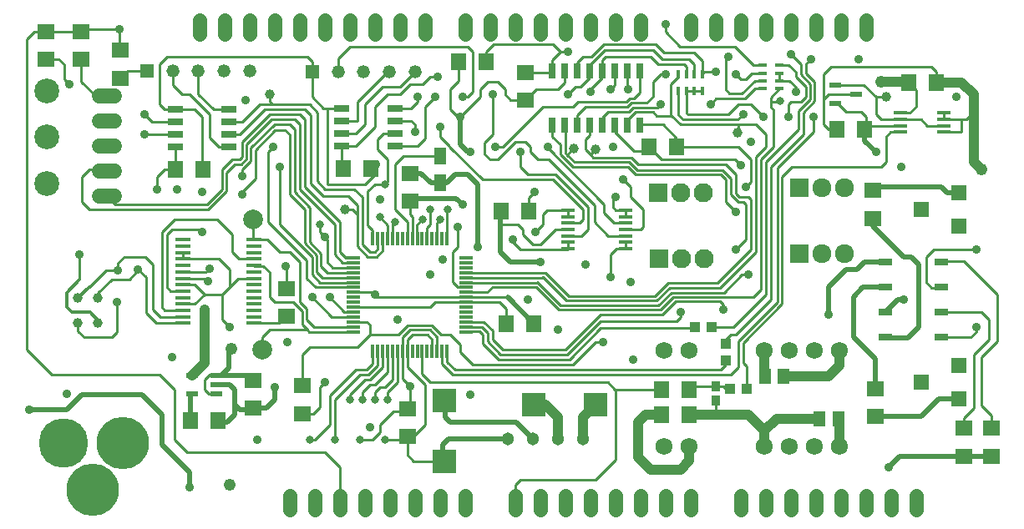
<source format=gbr>
G04 EAGLE Gerber RS-274X export*
G75*
%MOMM*%
%FSLAX34Y34*%
%LPD*%
%INBottom Copper*%
%IPPOS*%
%AMOC8*
5,1,8,0,0,1.08239X$1,22.5*%
G01*
%ADD10R,1.500000X0.400000*%
%ADD11R,1.803000X1.600000*%
%ADD12R,1.800000X1.600000*%
%ADD13R,1.600000X1.800000*%
%ADD14C,1.524000*%
%ADD15C,1.422400*%
%ADD16C,1.000000*%
%ADD17R,1.520000X0.700000*%
%ADD18R,1.320800X1.320800*%
%ADD19C,1.320800*%
%ADD20R,1.920000X1.920000*%
%ADD21C,1.920000*%
%ADD22R,1.950000X1.950000*%
%ADD23C,1.950000*%
%ADD24R,1.475000X0.450000*%
%ADD25R,1.600000X1.803000*%
%ADD26C,1.725000*%
%ADD27R,2.450000X2.350000*%
%ADD28R,2.350000X2.450000*%
%ADD29R,1.300000X1.500000*%
%ADD30R,1.200000X0.600000*%
%ADD31C,2.520000*%
%ADD32R,1.295400X0.558800*%
%ADD33R,1.250000X1.750000*%
%ADD34C,5.300000*%
%ADD35C,5.000000*%
%ADD36C,0.800000*%
%ADD37R,1.000000X1.100000*%
%ADD38R,0.949997X1.005600*%
%ADD39R,0.700000X1.513000*%
%ADD40R,0.425000X0.900000*%
%ADD41C,1.303000*%
%ADD42R,0.900000X0.425000*%
%ADD43R,1.100000X1.000000*%
%ADD44C,2.000000*%
%ADD45R,1.350000X0.650000*%
%ADD46R,1.508000X1.508000*%
%ADD47R,1.475000X0.300000*%
%ADD48R,0.300000X1.475000*%
%ADD49C,0.508000*%
%ADD50C,0.254000*%
%ADD51C,0.914400*%
%ADD52C,1.016000*%
%ADD53C,1.219200*%
%ADD54C,0.304800*%


D10*
X243520Y291970D03*
X243520Y285470D03*
X243520Y278970D03*
X243520Y272470D03*
X243520Y265970D03*
X243520Y259470D03*
X243520Y252970D03*
X243520Y246470D03*
X243520Y239970D03*
X243520Y233470D03*
X243520Y226970D03*
X243520Y220470D03*
X243520Y213970D03*
X243520Y207470D03*
X171020Y207470D03*
X171020Y213970D03*
X171020Y220470D03*
X171020Y226970D03*
X171020Y233470D03*
X171020Y239970D03*
X171020Y246470D03*
X171020Y252970D03*
X171020Y259470D03*
X171020Y265970D03*
X171020Y272470D03*
X171020Y278970D03*
X171020Y285470D03*
X171020Y291970D03*
D11*
X276000Y242770D03*
X276000Y214330D03*
X107470Y456140D03*
X107470Y484580D03*
D12*
X32610Y503520D03*
X32610Y475520D03*
X242390Y149270D03*
X242390Y121270D03*
D13*
X178980Y108300D03*
X206980Y108300D03*
D11*
X68340Y475080D03*
X68340Y503520D03*
D13*
X499040Y207170D03*
X527040Y207170D03*
D12*
X398880Y120650D03*
X398880Y92650D03*
X401280Y331600D03*
X401280Y359600D03*
D14*
X101560Y387510D02*
X86320Y387510D01*
X86320Y412910D02*
X101560Y412910D01*
X101560Y438310D02*
X86320Y438310D01*
X86320Y362110D02*
X101560Y362110D01*
X101560Y336710D02*
X86320Y336710D01*
D15*
X634960Y501048D02*
X634960Y515272D01*
X609560Y515272D02*
X609560Y501048D01*
X584160Y501048D02*
X584160Y515272D01*
X558760Y515272D02*
X558760Y501048D01*
X533360Y501048D02*
X533360Y515272D01*
X507960Y515272D02*
X507960Y501048D01*
X482560Y501048D02*
X482560Y515272D01*
X457160Y515272D02*
X457160Y501048D01*
X416520Y501048D02*
X416520Y515272D01*
X391120Y515272D02*
X391120Y501048D01*
X365720Y501048D02*
X365720Y515272D01*
X340320Y515272D02*
X340320Y501048D01*
X314920Y501048D02*
X314920Y515272D01*
X289520Y515272D02*
X289520Y501048D01*
X264120Y501048D02*
X264120Y515272D01*
X238720Y515272D02*
X238720Y501048D01*
X213320Y501048D02*
X213320Y515272D01*
X187920Y515272D02*
X187920Y501048D01*
X279360Y32672D02*
X279360Y18448D01*
X304760Y18448D02*
X304760Y32672D01*
X330160Y32672D02*
X330160Y18448D01*
X355560Y18448D02*
X355560Y32672D01*
X380960Y32672D02*
X380960Y18448D01*
X406360Y18448D02*
X406360Y32672D01*
X431760Y32672D02*
X431760Y18448D01*
X457160Y18448D02*
X457160Y32672D01*
X507960Y32672D02*
X507960Y18448D01*
X533360Y18448D02*
X533360Y32672D01*
X558760Y32672D02*
X558760Y18448D01*
X584160Y18448D02*
X584160Y32672D01*
X609560Y32672D02*
X609560Y18448D01*
X634960Y18448D02*
X634960Y32672D01*
X660360Y32672D02*
X660360Y18448D01*
X685760Y18448D02*
X685760Y32672D01*
X685760Y501048D02*
X685760Y515272D01*
X711160Y515272D02*
X711160Y501048D01*
X736560Y501048D02*
X736560Y515272D01*
X761960Y515272D02*
X761960Y501048D01*
X787360Y501048D02*
X787360Y515272D01*
X812760Y515272D02*
X812760Y501048D01*
X838160Y501048D02*
X838160Y515272D01*
X863560Y515272D02*
X863560Y501048D01*
X736560Y32672D02*
X736560Y18448D01*
X761960Y18448D02*
X761960Y32672D01*
X787360Y32672D02*
X787360Y18448D01*
X812760Y18448D02*
X812760Y32672D01*
X838160Y32672D02*
X838160Y18448D01*
X863560Y18448D02*
X863560Y32672D01*
X888960Y32672D02*
X888960Y18448D01*
X914360Y18448D02*
X914360Y32672D01*
D16*
X85250Y207424D03*
X64960Y207424D03*
X64960Y232824D03*
X85250Y232824D03*
D17*
X386520Y425610D03*
X386520Y412910D03*
X386520Y400210D03*
X386520Y387510D03*
X332220Y387510D03*
X332220Y400210D03*
X332220Y412910D03*
X332220Y425610D03*
X217610Y424340D03*
X217610Y411640D03*
X217610Y398940D03*
X217610Y386240D03*
X163310Y386240D03*
X163310Y398940D03*
X163310Y411640D03*
X163310Y424340D03*
D18*
X134580Y463710D03*
D19*
X160742Y463710D03*
X186904Y463710D03*
X213066Y463710D03*
X239228Y463710D03*
D18*
X302220Y462440D03*
D19*
X328382Y462440D03*
X354544Y462440D03*
X380706Y462440D03*
X406868Y462440D03*
D13*
X191760Y363380D03*
X163760Y363380D03*
X361940Y364650D03*
X333940Y364650D03*
X643700Y386040D03*
X671700Y386040D03*
X521960Y321470D03*
X493960Y321470D03*
D20*
X796250Y278290D03*
D21*
X819150Y278290D03*
X842050Y278290D03*
D22*
X654010Y273210D03*
D23*
X676910Y273210D03*
X699810Y273210D03*
D11*
X873040Y112740D03*
X873040Y141180D03*
X870590Y342240D03*
X870590Y313800D03*
D24*
X943030Y420710D03*
X943030Y414210D03*
X943030Y407710D03*
X943030Y401210D03*
X898790Y401210D03*
X898790Y407710D03*
X898790Y414210D03*
X898790Y420710D03*
D25*
X906690Y451600D03*
X935130Y451600D03*
D20*
X796450Y344920D03*
D21*
X819350Y344920D03*
X842250Y344920D03*
D22*
X652940Y339840D03*
D23*
X675840Y339840D03*
X698740Y339840D03*
D26*
X659290Y180090D03*
X684690Y180090D03*
X760890Y180090D03*
X786290Y180090D03*
X811690Y180090D03*
X837090Y180090D03*
X659290Y82300D03*
X684690Y82300D03*
X760890Y82300D03*
X786290Y82300D03*
X811690Y82300D03*
X837090Y82300D03*
D27*
X436260Y129080D03*
X436260Y67080D03*
D28*
X589160Y124560D03*
X527160Y124560D03*
D29*
X761420Y153180D03*
X780420Y153180D03*
X816880Y110380D03*
X835880Y110380D03*
D30*
X205500Y154440D03*
X205500Y144940D03*
X205500Y135440D03*
X180500Y135440D03*
X180500Y154440D03*
D31*
X32980Y349400D03*
X32980Y396400D03*
X32980Y443400D03*
D11*
X962620Y72300D03*
X962620Y100740D03*
X990560Y72300D03*
X990560Y100740D03*
X292060Y115480D03*
X292060Y143920D03*
D25*
X684740Y139860D03*
X656300Y139860D03*
X684740Y114460D03*
X656300Y114460D03*
D32*
X832953Y430080D03*
X832953Y449080D03*
X853527Y439580D03*
D13*
X862320Y404020D03*
X834320Y404020D03*
D33*
X431760Y376880D03*
X431760Y349880D03*
D34*
X110196Y85758D03*
D35*
X50196Y85758D03*
D34*
X80196Y38758D03*
D36*
X309840Y307500D03*
X375880Y348140D03*
D16*
X259040Y439580D03*
X335240Y322740D03*
X883880Y437040D03*
X589240Y383700D03*
X733258Y400464D03*
X567650Y384970D03*
D36*
X776438Y432722D03*
X299680Y89060D03*
D37*
X743068Y140462D03*
X726068Y140462D03*
D38*
X711454Y143168D03*
X711454Y128612D03*
D39*
X634746Y408674D03*
X622046Y408674D03*
X609346Y408674D03*
X596646Y408674D03*
X583946Y408674D03*
X571246Y408674D03*
X558546Y408674D03*
X545846Y408674D03*
X545846Y463054D03*
X558546Y463054D03*
X571246Y463054D03*
X583946Y463054D03*
X596646Y463054D03*
X609346Y463054D03*
X622046Y463054D03*
X634746Y463054D03*
D40*
X673800Y460366D03*
X673800Y443366D03*
X681800Y460366D03*
X681800Y443366D03*
X689800Y460366D03*
X689800Y443366D03*
X697800Y460366D03*
X697800Y443366D03*
D12*
X518668Y433802D03*
X518668Y461802D03*
D24*
X620438Y322014D03*
X620438Y315514D03*
X620438Y309014D03*
X620438Y302514D03*
X620438Y296014D03*
X620438Y289514D03*
X620438Y283014D03*
X561678Y283014D03*
X561678Y289514D03*
X561678Y296014D03*
X561678Y302514D03*
X561678Y309014D03*
X561678Y315514D03*
X561678Y322014D03*
D41*
X500380Y89916D03*
X525780Y89916D03*
X551180Y89916D03*
X576580Y89916D03*
D13*
X450820Y472440D03*
X478820Y472440D03*
D42*
X758580Y445200D03*
X758580Y453200D03*
X758580Y461200D03*
X758580Y469200D03*
X775580Y469200D03*
X775580Y461200D03*
X775580Y453200D03*
X775580Y445200D03*
D37*
X707000Y203200D03*
X690000Y203200D03*
D43*
X721360Y186300D03*
X721360Y169300D03*
D36*
X325120Y88900D03*
X340360Y129540D03*
X353060Y129540D03*
X365760Y129540D03*
X378460Y129540D03*
X375920Y88900D03*
X350520Y88900D03*
X370840Y314960D03*
X386080Y309880D03*
X414020Y312420D03*
X421640Y322580D03*
X431800Y312420D03*
X439420Y322580D03*
D44*
X251435Y180322D03*
X242150Y312462D03*
D45*
X940110Y269240D03*
X940110Y243840D03*
X940110Y218440D03*
X940110Y193040D03*
X883610Y193040D03*
X883610Y218440D03*
X883610Y243840D03*
X883610Y269240D03*
D46*
X919980Y147320D03*
X957480Y130320D03*
X957480Y164320D03*
X919980Y322580D03*
X957480Y305580D03*
X957480Y339580D03*
D47*
X458700Y273720D03*
X458700Y268720D03*
X458700Y263720D03*
X458700Y258720D03*
X458700Y253720D03*
X458700Y248720D03*
X458700Y243720D03*
X458700Y238720D03*
X458700Y233720D03*
X458700Y228720D03*
X458700Y223720D03*
X458700Y218720D03*
X458700Y213720D03*
X458700Y208720D03*
X458700Y203720D03*
X458700Y198720D03*
D48*
X438820Y178840D03*
X433820Y178840D03*
X428820Y178840D03*
X423820Y178840D03*
X418820Y178840D03*
X413820Y178840D03*
X408820Y178840D03*
X403820Y178840D03*
X398820Y178840D03*
X393820Y178840D03*
X388820Y178840D03*
X383820Y178840D03*
X378820Y178840D03*
X373820Y178840D03*
X368820Y178840D03*
X363820Y178840D03*
D47*
X343940Y198720D03*
X343940Y203720D03*
X343940Y208720D03*
X343940Y213720D03*
X343940Y218720D03*
X343940Y223720D03*
X343940Y228720D03*
X343940Y233720D03*
X343940Y238720D03*
X343940Y243720D03*
X343940Y248720D03*
X343940Y253720D03*
X343940Y258720D03*
X343940Y263720D03*
X343940Y268720D03*
X343940Y273720D03*
D48*
X363820Y293600D03*
X368820Y293600D03*
X373820Y293600D03*
X378820Y293600D03*
X383820Y293600D03*
X388820Y293600D03*
X393820Y293600D03*
X398820Y293600D03*
X403820Y293600D03*
X408820Y293600D03*
X413820Y293600D03*
X418820Y293600D03*
X423820Y293600D03*
X428820Y293600D03*
X433820Y293600D03*
X438820Y293600D03*
D49*
X218400Y144940D02*
X205500Y144940D01*
X218400Y144940D02*
X223480Y139860D01*
X223480Y124620D02*
X228560Y119540D01*
X240660Y119540D01*
X242390Y121270D01*
X223480Y124620D02*
X223480Y139860D01*
X223480Y124620D02*
X223480Y114460D01*
X215860Y106840D01*
X208440Y106840D01*
X206980Y108300D01*
X527010Y207170D02*
X527040Y207170D01*
X527010Y207170D02*
X500300Y233880D01*
D50*
X182910Y246470D02*
X171020Y246470D01*
X227370Y252970D02*
X243520Y252970D01*
X193000Y236380D02*
X182910Y246470D01*
X193000Y236380D02*
X210780Y236380D01*
X218400Y244000D01*
X227370Y252970D01*
D51*
X55840Y449740D03*
D50*
X50760Y454820D01*
X45300Y475520D02*
X32610Y475520D01*
X50760Y470060D02*
X50760Y454820D01*
X50760Y470060D02*
X45300Y475520D01*
D52*
X640040Y114460D02*
X656300Y114460D01*
X640040Y114460D02*
X632420Y106840D01*
X632420Y71280D01*
X645120Y58580D01*
X675600Y58580D01*
X684690Y67670D02*
X684690Y82300D01*
X684690Y67670D02*
X675600Y58580D01*
D51*
X360640Y101760D03*
D50*
X183590Y226970D02*
X171020Y226970D01*
X183590Y226970D02*
X193000Y236380D01*
X171020Y272470D02*
X171020Y278970D01*
X171020Y272470D02*
X207710Y272470D01*
X218400Y261780D02*
X218400Y244000D01*
X218400Y261780D02*
X207710Y272470D01*
D51*
X104100Y228760D03*
D50*
X104100Y198280D01*
X99020Y193200D01*
X71080Y193200D01*
X64960Y199320D02*
X64960Y207424D01*
X64960Y199320D02*
X71080Y193200D01*
D51*
X159980Y172880D03*
X469860Y284640D03*
D49*
X469860Y348140D01*
D50*
X210780Y236380D02*
X210780Y210980D01*
X218400Y203360D01*
D51*
X218400Y203360D03*
D49*
X401280Y359600D02*
X412680Y359600D01*
X422400Y349880D02*
X431760Y349880D01*
X422400Y349880D02*
X412680Y359600D01*
X431760Y349880D02*
X438580Y349880D01*
X447000Y358300D01*
X459700Y358300D01*
X469860Y348140D01*
D51*
X955000Y437040D03*
D49*
X255690Y121270D02*
X242390Y121270D01*
X264120Y129700D02*
X264120Y142400D01*
D51*
X264120Y142400D03*
D49*
X264120Y129700D02*
X255690Y121270D01*
D51*
X234422Y433718D03*
D50*
X671700Y395100D02*
X671700Y386040D01*
X671700Y395100D02*
X657860Y408940D01*
X635012Y408940D01*
X634746Y408674D01*
D51*
X855980Y475394D03*
D49*
X500380Y89916D02*
X440436Y89916D01*
X434340Y83820D01*
X434340Y69000D01*
X436260Y67080D01*
D50*
X416560Y144780D02*
X398780Y162560D01*
X398880Y92650D02*
X405070Y92650D01*
X416560Y104140D01*
X416560Y144780D01*
X398880Y92650D02*
X398880Y73560D01*
X405360Y67080D02*
X436260Y67080D01*
X405360Y67080D02*
X398880Y73560D01*
X395130Y88900D02*
X398880Y92650D01*
X395130Y88900D02*
X375920Y88900D01*
X671700Y386040D02*
X734100Y386040D01*
X746760Y350520D02*
X741680Y345440D01*
D51*
X741680Y345440D03*
D50*
X746760Y373380D02*
X734100Y386040D01*
X746760Y373380D02*
X746760Y350520D01*
X500140Y233720D02*
X458700Y233720D01*
X500140Y233720D02*
X500300Y233880D01*
X423820Y190860D02*
X423820Y178840D01*
X423820Y190860D02*
X419100Y195580D01*
X403860Y195580D02*
X398780Y190500D01*
X398780Y178880D01*
X398820Y178840D01*
X403860Y195580D02*
X419100Y195580D01*
X398820Y178840D02*
X398820Y162600D01*
X398780Y162560D01*
X363260Y238720D02*
X343940Y238720D01*
X363260Y238720D02*
X365760Y236220D01*
D51*
X365760Y236220D03*
D50*
X368260Y233720D01*
X458700Y233720D01*
D51*
X739588Y419748D03*
D50*
X115040Y463710D02*
X107470Y456140D01*
X499040Y222440D02*
X499040Y207170D01*
X499040Y222440D02*
X492600Y228880D01*
D52*
X193000Y166940D02*
X180500Y154440D01*
X193000Y166940D02*
X193000Y221140D01*
D51*
X499040Y207170D03*
X314920Y147480D03*
X454620Y327820D03*
D49*
X448300Y334140D01*
X403820Y334140D01*
X962620Y72300D02*
X990560Y72300D01*
D51*
X193000Y221140D03*
D49*
X897600Y72300D02*
X962620Y72300D01*
X897600Y72300D02*
X886420Y61120D01*
D51*
X886420Y61120D03*
X736694Y368006D03*
D50*
X303240Y115480D02*
X292060Y115480D01*
X303240Y115480D02*
X309840Y122080D01*
X309840Y142400D02*
X314920Y147480D01*
X309840Y142400D02*
X309840Y122080D01*
D51*
X899120Y365920D03*
D50*
X134580Y463710D02*
X115040Y463710D01*
X609346Y408674D02*
X609346Y401574D01*
X673800Y418400D02*
X678180Y414020D01*
X733860Y414020D02*
X739588Y419748D01*
X733860Y414020D02*
X678180Y414020D01*
X628650Y382270D02*
X609346Y401574D01*
X628650Y382270D02*
X639930Y382270D01*
X643700Y386040D01*
X775580Y453200D02*
X775580Y461200D01*
X775580Y453200D02*
X786320Y453200D01*
X792480Y447040D01*
X792480Y441960D01*
D51*
X792480Y441960D03*
X401320Y143604D03*
D50*
X370840Y96520D02*
X363220Y88900D01*
X370840Y96520D02*
X370840Y104140D01*
X384810Y118110D01*
X396340Y118110D01*
X398880Y120650D01*
X363220Y88900D02*
X350520Y88900D01*
X401320Y143604D02*
X393780Y151144D01*
X401320Y143604D02*
X401320Y123090D01*
X398880Y120650D01*
X673800Y418400D02*
X673800Y443366D01*
X643700Y386040D02*
X656360Y373380D01*
X731320Y373380D02*
X736694Y368006D01*
X731320Y373380D02*
X656360Y373380D01*
X403820Y315000D02*
X403820Y293600D01*
X401280Y317540D02*
X401280Y331600D01*
X401280Y317540D02*
X403820Y315000D01*
X458860Y228880D02*
X492600Y228880D01*
X458860Y228880D02*
X458700Y228720D01*
X426840Y228720D01*
X421640Y223520D01*
X352685Y223520D01*
X352683Y223522D01*
X344138Y223522D01*
X343940Y223720D01*
X428820Y193480D02*
X428820Y178840D01*
X393820Y178840D02*
X393820Y193160D01*
X421640Y200660D02*
X428820Y193480D01*
X421640Y200660D02*
X401320Y200660D01*
X393820Y193160D01*
X393820Y178840D02*
X393820Y151184D01*
X393780Y151144D01*
X401280Y331600D02*
X403820Y334140D01*
X171020Y220470D02*
X153030Y220470D01*
X149820Y223680D01*
X149820Y299880D01*
X162520Y312580D01*
X205700Y312580D01*
X220940Y297340D02*
X220940Y279560D01*
X220940Y297340D02*
X205700Y312580D01*
X220940Y279560D02*
X228030Y272470D01*
X243520Y272470D01*
X194500Y259470D02*
X171020Y259470D01*
X194500Y259470D02*
X198080Y263050D01*
D51*
X198080Y263050D03*
D50*
X194190Y252970D02*
X171020Y252970D01*
X194190Y252970D02*
X196810Y250350D01*
D51*
X196810Y250350D03*
D50*
X243520Y207470D02*
X269101Y207470D01*
X274788Y213118D02*
X276000Y214330D01*
X274788Y213118D02*
X274749Y213118D01*
X269101Y207470D01*
X243900Y265590D02*
X243520Y265970D01*
X292060Y205900D02*
X297300Y200660D01*
X292060Y219955D02*
X283255Y228760D01*
X264120Y228760D02*
X259040Y233840D01*
X252690Y265590D02*
X243900Y265590D01*
X292060Y219955D02*
X292060Y205900D01*
X283255Y228760D02*
X264120Y228760D01*
X259040Y233840D02*
X259040Y259240D01*
X252690Y265590D01*
X251435Y193015D02*
X251435Y180322D01*
X251435Y193015D02*
X259080Y200660D01*
X297300Y200660D01*
X299240Y198720D02*
X343940Y198720D01*
X299240Y198720D02*
X297300Y200660D01*
X296632Y211488D02*
X296632Y221849D01*
X289520Y228961D01*
X289520Y269400D02*
X279360Y279560D01*
X269200Y279560D01*
X289520Y269400D02*
X289520Y228961D01*
X269200Y279560D02*
X256790Y291970D01*
X243520Y291970D01*
X242150Y293340D02*
X242150Y312462D01*
X242150Y293340D02*
X243520Y291970D01*
X304400Y203720D02*
X343940Y203720D01*
X304400Y203720D02*
X296632Y211488D01*
X330160Y279560D02*
X330160Y310040D01*
X294600Y345600D01*
X210780Y343060D02*
X195540Y327820D01*
X102830Y327820D01*
X93940Y336710D01*
X210780Y363380D02*
X220940Y373540D01*
X210780Y363380D02*
X210780Y343060D01*
X220940Y373540D02*
X228560Y373540D01*
X231100Y376080D01*
X231100Y391320D01*
X259040Y419260D01*
X289520Y419260D01*
X294600Y414180D01*
X294600Y345600D01*
X336000Y273720D02*
X343940Y273720D01*
X336000Y273720D02*
X330160Y279560D01*
X325080Y277020D02*
X325080Y307500D01*
X289520Y343060D01*
X215352Y341166D02*
X215352Y360332D01*
X215352Y341166D02*
X196926Y322740D01*
X76160Y322740D02*
X68540Y330360D01*
X68540Y355760D01*
X76160Y363380D01*
X92670Y363380D01*
X93940Y362110D01*
X76160Y322740D02*
X196926Y322740D01*
X223988Y368968D02*
X230454Y368968D01*
X235672Y374186D01*
X235672Y388780D01*
X261072Y414180D01*
X284440Y414180D02*
X289520Y409100D01*
X223988Y368968D02*
X215352Y360332D01*
X261072Y414180D02*
X284440Y414180D01*
X289520Y409100D02*
X289520Y343060D01*
X333380Y268720D02*
X343940Y268720D01*
X333380Y268720D02*
X325080Y277020D01*
X68340Y452480D02*
X68340Y475080D01*
X68340Y452480D02*
X83780Y437040D01*
X92670Y437040D01*
X93940Y438310D01*
X444460Y279560D02*
X444460Y249080D01*
X444460Y279560D02*
X449540Y284640D01*
X449540Y304960D01*
D51*
X449540Y304960D03*
D50*
X449820Y243720D02*
X458700Y243720D01*
X449820Y243720D02*
X444460Y249080D01*
X365720Y279560D02*
X360640Y279560D01*
X353020Y287180D01*
X353020Y335440D01*
X315566Y343568D02*
X307808Y351326D01*
X307808Y421292D01*
X344892Y343568D02*
X353020Y335440D01*
X344892Y343568D02*
X315566Y343568D01*
X299680Y429420D02*
X261580Y429420D01*
X248880Y429420D01*
X299680Y429420D02*
X307808Y421292D01*
X231100Y411640D02*
X217610Y411640D01*
X231100Y411640D02*
X248880Y429420D01*
X259040Y431960D02*
X259040Y439580D01*
X259040Y431960D02*
X261580Y429420D01*
X368820Y293600D02*
X368820Y282660D01*
X365720Y279560D01*
D51*
X314920Y294800D03*
D50*
X386520Y412910D02*
X402550Y412910D01*
X314920Y294800D02*
X317460Y292260D01*
X317460Y269400D01*
X314920Y294800D02*
X309840Y299880D01*
X309840Y307500D01*
D51*
X406360Y401480D03*
D50*
X406360Y409100D01*
X402550Y412910D01*
X343940Y263720D02*
X323140Y263720D01*
X317460Y269400D01*
X358700Y306460D02*
X358700Y341120D01*
X378420Y373540D02*
X368260Y383700D01*
X368260Y393860D01*
X374610Y400210D02*
X386520Y400210D01*
X365720Y348140D02*
X358700Y341120D01*
X365720Y348140D02*
X375880Y348140D01*
X378420Y350680D01*
X378420Y373540D01*
X368260Y393860D02*
X374610Y400210D01*
X363820Y301340D02*
X363820Y293600D01*
X363820Y301340D02*
X358700Y306460D01*
X358746Y274988D02*
X367614Y274988D01*
X358746Y274988D02*
X348448Y285286D01*
X348448Y317660D01*
X348448Y327312D01*
X339304Y336456D02*
X313672Y336456D01*
X300696Y349432D01*
X300696Y418244D02*
X294600Y424340D01*
X339304Y336456D02*
X348448Y327312D01*
X300696Y349432D02*
X300696Y418244D01*
X228560Y398940D02*
X217610Y398940D01*
X228560Y398940D02*
X253960Y424340D01*
X294600Y424340D01*
X335240Y322740D02*
X343368Y322740D01*
X348448Y317660D01*
X373820Y293600D02*
X373820Y281194D01*
X367614Y274988D01*
X357660Y208880D02*
X360640Y205900D01*
X360640Y195740D01*
X299680Y183040D02*
X292060Y175420D01*
X292060Y143920D01*
X347940Y183040D02*
X360640Y195740D01*
X347940Y183040D02*
X299680Y183040D01*
X360640Y195740D02*
X389734Y195740D01*
X399386Y205392D01*
X423494Y205392D01*
X433146Y195740D01*
X441920Y195740D02*
X452080Y185580D01*
X452080Y177960D01*
X464780Y165260D01*
D51*
X596860Y188120D03*
D50*
X441920Y195740D02*
X433146Y195740D01*
X464780Y165260D02*
X566380Y165260D01*
X589240Y188120D02*
X596860Y188120D01*
X589240Y188120D02*
X566380Y165260D01*
X357660Y208880D02*
X344100Y208880D01*
X343940Y208720D01*
D53*
X218400Y43340D03*
D51*
X302220Y233840D03*
X165060Y343060D03*
D50*
X322340Y213720D02*
X343940Y213720D01*
X322340Y213720D02*
X302220Y233840D01*
D51*
X320000Y233840D03*
X190460Y340520D03*
D50*
X335120Y218720D02*
X343940Y218720D01*
X335120Y218720D02*
X320000Y233840D01*
X302220Y256700D02*
X302220Y274480D01*
X269200Y307500D01*
X269200Y365920D01*
D51*
X269200Y365920D03*
D50*
X310200Y248720D02*
X343940Y248720D01*
X310200Y248720D02*
X302220Y256700D01*
D51*
X106640Y505620D03*
D50*
X70660Y505620D01*
X68340Y503520D01*
X32830Y503300D01*
X32610Y503520D01*
X106640Y485410D02*
X107470Y484580D01*
X106640Y485410D02*
X106640Y505620D01*
X330160Y61120D02*
X330160Y25560D01*
X175220Y76360D02*
X162520Y89060D01*
X162520Y139860D01*
X147280Y155100D01*
X314920Y76360D02*
X330160Y61120D01*
X314920Y76360D02*
X175220Y76360D01*
X147280Y155100D02*
X38060Y155100D01*
X12660Y180500D01*
X12660Y495460D01*
X20720Y503520D02*
X32610Y503520D01*
X20720Y503520D02*
X12660Y495460D01*
D51*
X66508Y277020D03*
D54*
X85250Y210526D02*
X85250Y207424D01*
X85250Y210526D02*
X77176Y218600D01*
X58634Y218600D01*
X53300Y223934D01*
X53300Y238158D01*
X66508Y251366D01*
D50*
X66508Y277020D01*
D51*
X105624Y261272D03*
D54*
X64984Y232824D02*
X64960Y232824D01*
X64984Y232824D02*
X76160Y244000D01*
D50*
X148608Y213970D02*
X171020Y213970D01*
X141184Y221394D02*
X141184Y266606D01*
X141184Y221394D02*
X148608Y213970D01*
X105624Y261272D02*
X105624Y268384D01*
X111720Y274480D01*
X133310Y274480D01*
X141184Y266606D01*
X93432Y261272D02*
X76160Y244000D01*
X93432Y261272D02*
X105624Y261272D01*
D51*
X125944Y262288D03*
D50*
X144440Y207470D02*
X171020Y207470D01*
X144440Y207470D02*
X133818Y218092D01*
X85250Y232824D02*
X85250Y237850D01*
X99020Y251620D01*
X116800Y251620D01*
X125944Y260764D01*
X125944Y262288D01*
X133818Y254414D01*
X133818Y218092D01*
X276000Y242770D02*
X276000Y265140D01*
X275550Y265590D01*
D51*
X275550Y265590D03*
D50*
X154900Y244000D02*
X154900Y297340D01*
X159980Y302420D01*
X187666Y302420D01*
D51*
X190460Y299626D03*
D50*
X187666Y302420D01*
X171020Y239970D02*
X158930Y239970D01*
X154900Y244000D01*
X332220Y412910D02*
X347940Y412910D01*
X347940Y431960D01*
X378420Y462440D01*
X380706Y462440D01*
X346670Y400210D02*
X332220Y400210D01*
X346670Y400210D02*
X355560Y409100D01*
X355560Y429420D01*
X373340Y447200D01*
X391628Y447200D01*
X406868Y462440D01*
X163310Y411640D02*
X139660Y411640D01*
X132040Y419260D01*
D51*
X132040Y419260D03*
D50*
X328382Y462440D02*
X328382Y475702D01*
X340360Y487680D01*
X459740Y487680D01*
X464820Y482600D01*
D51*
X454660Y436880D03*
D50*
X464820Y441960D02*
X464820Y482600D01*
X459740Y436880D02*
X454660Y436880D01*
X459740Y436880D02*
X464820Y441960D01*
D51*
X132040Y398940D03*
D50*
X163310Y398940D01*
X163310Y386240D02*
X163760Y385790D01*
X163760Y363380D01*
X332220Y366370D02*
X332220Y387510D01*
X332220Y366370D02*
X333940Y364650D01*
D52*
X773120Y110380D02*
X816880Y110380D01*
X760890Y98150D02*
X760890Y82300D01*
X760890Y98150D02*
X773120Y110380D01*
X780420Y153180D02*
X826080Y153180D01*
X837090Y164190D02*
X837090Y180090D01*
X837090Y164190D02*
X826080Y153180D01*
X935130Y451600D02*
X960760Y451600D01*
X972780Y439580D01*
X972780Y419260D01*
X972780Y371000D01*
X980400Y363380D01*
D53*
X980400Y363380D03*
D50*
X934680Y451150D02*
X935130Y451600D01*
X943030Y420710D02*
X943030Y414210D01*
X960080Y414210D01*
X960080Y401210D01*
X943030Y401210D01*
X853527Y439580D02*
X825460Y439580D01*
X820380Y434500D01*
X820380Y409100D01*
X825460Y404020D01*
X834320Y404020D01*
D52*
X711200Y114460D02*
X684740Y114460D01*
X711200Y114460D02*
X744580Y114460D01*
X760890Y98150D01*
D50*
X163760Y363380D02*
X152360Y363380D01*
X144740Y355760D02*
X144740Y343060D01*
D51*
X144740Y343060D03*
D50*
X144740Y355760D02*
X152360Y363380D01*
X332220Y387510D02*
X346670Y387510D01*
X365720Y426880D02*
X378420Y439580D01*
X365720Y406560D02*
X346670Y387510D01*
X365720Y406560D02*
X365720Y426880D01*
X378420Y439580D02*
X391120Y439580D01*
X401280Y449740D01*
X929600Y467520D02*
X934680Y462440D01*
X934680Y451150D01*
X828000Y467520D02*
X820380Y459900D01*
X828000Y467520D02*
X929600Y467520D01*
D49*
X493960Y321470D02*
X492705Y322725D01*
D51*
X533360Y269400D03*
D49*
X502880Y269400D01*
X492705Y279575D02*
X492705Y307340D01*
X492705Y322725D01*
X492705Y279575D02*
X502880Y269400D01*
D50*
X960080Y414210D02*
X965190Y414210D01*
X970240Y419260D02*
X972780Y419260D01*
X970240Y419260D02*
X965190Y414210D01*
X711454Y128612D02*
X711454Y114714D01*
X711200Y114460D01*
D51*
X429260Y457200D03*
D50*
X544594Y461802D02*
X545846Y463054D01*
X544594Y461802D02*
X518668Y461802D01*
X548894Y302514D02*
X561678Y302514D01*
X533400Y287020D02*
X525780Y287020D01*
X515620Y297180D01*
X533400Y287020D02*
X548894Y302514D01*
X515620Y302260D02*
X515620Y297180D01*
X515620Y302260D02*
X510540Y307340D01*
X492705Y307340D01*
D51*
X561340Y482600D03*
D50*
X553720Y482600D01*
X545846Y474726D02*
X545846Y463054D01*
X545846Y474726D02*
X553720Y482600D01*
D51*
X604520Y444500D03*
D50*
X609346Y449326D02*
X609346Y463054D01*
X609346Y449326D02*
X604520Y444500D01*
D51*
X624840Y248920D03*
D50*
X414180Y449740D02*
X401280Y449740D01*
X421640Y457200D02*
X429260Y457200D01*
X421640Y457200D02*
X414180Y449740D01*
X820380Y459900D02*
X820380Y434500D01*
D52*
X538380Y124560D02*
X527160Y124560D01*
X551180Y111760D02*
X551180Y89916D01*
X551180Y111760D02*
X538380Y124560D01*
D50*
X478820Y472440D02*
X478820Y482600D01*
X486440Y490220D01*
X546100Y490220D02*
X553720Y482600D01*
X546100Y490220D02*
X486440Y490220D01*
X217610Y424340D02*
X202370Y424340D01*
X186904Y439806D01*
X186904Y463710D01*
X198080Y419260D02*
X198080Y395610D01*
X207450Y386240D02*
X217610Y386240D01*
X207450Y386240D02*
X198080Y395610D01*
X170140Y439580D02*
X160742Y448978D01*
X170140Y439580D02*
X177760Y439580D01*
X198080Y419260D01*
X160742Y448978D02*
X160742Y463710D01*
X317460Y425610D02*
X332220Y425610D01*
X313650Y425610D02*
X302220Y437040D01*
X182840Y424340D02*
X163310Y424340D01*
X182840Y424340D02*
X190460Y416720D01*
X190460Y364680D02*
X191760Y363380D01*
X190460Y364680D02*
X190460Y416720D01*
X317460Y425610D02*
X317460Y348140D01*
X355560Y348140D01*
X366512Y359092D02*
X366512Y368206D01*
X366512Y359092D02*
X355560Y348140D01*
X317460Y425610D02*
X313650Y425610D01*
X862320Y404020D02*
X866010Y407710D01*
X898790Y407710D01*
X834960Y430080D02*
X832953Y430080D01*
X834960Y430080D02*
X843240Y421800D01*
X858480Y421800D02*
X863560Y416720D01*
X863560Y405260D01*
X862320Y404020D01*
X858480Y421800D02*
X843240Y421800D01*
D51*
X873720Y381160D03*
D49*
X862320Y392560D01*
X862320Y404020D01*
D51*
X528164Y340636D03*
X366512Y368206D03*
D50*
X163310Y424340D02*
X152360Y424340D01*
X147280Y429420D01*
X147280Y470060D01*
X154900Y477680D01*
X297140Y477680D01*
X302220Y472600D01*
D49*
X365496Y368206D02*
X361940Y364650D01*
X365496Y368206D02*
X366512Y368206D01*
D50*
X302220Y462440D02*
X302220Y472600D01*
X302220Y462440D02*
X302220Y437040D01*
X681800Y443366D02*
X689800Y443366D01*
X697800Y443366D01*
X746760Y429260D02*
X759460Y416560D01*
D51*
X759460Y416560D03*
D50*
X558546Y451866D02*
X558546Y463054D01*
X558546Y451866D02*
X551180Y444500D01*
X529366Y444500D02*
X518668Y433802D01*
X529366Y444500D02*
X551180Y444500D01*
X528164Y340636D02*
X521960Y334432D01*
X521960Y321470D01*
X620438Y302514D02*
X635254Y302514D01*
X637540Y304800D01*
X637540Y322580D01*
X624840Y345440D02*
X617220Y353060D01*
D51*
X617220Y353060D03*
D50*
X624840Y335280D02*
X637540Y322580D01*
X624840Y335280D02*
X624840Y345440D01*
D51*
X452120Y416560D03*
D50*
X681800Y420560D02*
X681800Y443366D01*
X681800Y420560D02*
X683260Y419100D01*
X723900Y419100D01*
X734060Y429260D01*
X746760Y429260D01*
X775580Y469200D02*
X785560Y469200D01*
X792480Y462280D02*
X792480Y457200D01*
X802640Y447040D02*
X802640Y436880D01*
X797560Y431800D01*
D51*
X784860Y416560D03*
D50*
X792480Y462280D02*
X785560Y469200D01*
X792480Y457200D02*
X802640Y447040D01*
X784860Y429260D02*
X784860Y416560D01*
X787400Y431800D02*
X797560Y431800D01*
X787400Y431800D02*
X784860Y429260D01*
D52*
X576580Y111980D02*
X576580Y89916D01*
X576580Y111980D02*
X589160Y124560D01*
D50*
X452120Y416560D02*
X449580Y416560D01*
X441960Y424180D01*
X441960Y444500D01*
X450820Y453360D02*
X450820Y472440D01*
X450820Y453360D02*
X441960Y444500D01*
X452120Y416560D02*
X472440Y436880D01*
X480060Y452120D02*
X490220Y452120D01*
X497840Y444500D01*
X497840Y439420D01*
X503458Y433802D01*
X518668Y433802D01*
X472440Y436880D02*
X472440Y444500D01*
X480060Y452120D01*
D49*
X452120Y416560D02*
X452120Y388620D01*
X459740Y381000D02*
X462280Y381000D01*
D51*
X462280Y381000D03*
D49*
X459740Y381000D02*
X452120Y388620D01*
D52*
X837090Y109170D02*
X837090Y82300D01*
X837090Y109170D02*
X835880Y110380D01*
X760890Y153710D02*
X760890Y180090D01*
X760890Y153710D02*
X761420Y153180D01*
D51*
X746760Y391160D03*
X434300Y271940D03*
X370800Y332900D03*
X421600Y256700D03*
X388580Y210980D03*
X276820Y188120D03*
X462280Y134620D03*
X627380Y170180D03*
X825460Y216060D03*
D49*
X825460Y244000D01*
X843240Y261780D01*
X854980Y261780D01*
X862440Y269240D01*
X883610Y269240D01*
X873040Y171020D02*
X873040Y141180D01*
X873040Y171020D02*
X850860Y193200D01*
X850860Y233840D01*
X860860Y243840D02*
X883610Y243840D01*
X860860Y243840D02*
X850860Y233840D01*
X906060Y192520D02*
X916900Y203360D01*
X870590Y305550D02*
X870590Y313800D01*
X909280Y274480D02*
X916900Y266860D01*
X909280Y274480D02*
X901660Y274480D01*
X870590Y305550D01*
X916900Y266860D02*
X916900Y203360D01*
X906060Y192520D02*
X884130Y192520D01*
X883610Y193040D01*
D53*
X878800Y452280D03*
D52*
X906010Y452280D01*
X906690Y451600D01*
D50*
X908190Y420710D02*
X898790Y420710D01*
X908190Y420710D02*
X914360Y426880D01*
X914360Y443930D01*
X906010Y452280D01*
D49*
X937160Y130320D02*
X957480Y130320D01*
X937160Y130320D02*
X919580Y112740D01*
X873040Y112740D01*
X945660Y339580D02*
X957480Y339580D01*
X945660Y339580D02*
X939800Y345440D01*
X873790Y345440D01*
X870590Y342240D01*
D51*
X607020Y386240D03*
X551140Y200820D03*
X579080Y266860D03*
X520660Y231300D03*
D49*
X883610Y218440D02*
X896310Y231140D01*
X901700Y231140D01*
D51*
X901700Y231140D03*
X246340Y89060D03*
X53300Y135896D03*
D53*
X220080Y181360D03*
D49*
X205500Y154440D02*
X237220Y154440D01*
X242390Y149270D01*
D50*
X205500Y135440D02*
X197420Y135440D01*
X193000Y139860D01*
X193000Y150020D01*
X198080Y155100D01*
X204840Y155100D01*
X205500Y154440D01*
D49*
X218200Y162060D02*
X218200Y179480D01*
X218200Y162060D02*
X210580Y154440D01*
X205500Y154440D01*
X218200Y179480D02*
X220080Y181360D01*
D51*
X15200Y119540D03*
D49*
X53300Y119540D01*
X149820Y114460D02*
X149820Y83980D01*
X177760Y56040D02*
X177760Y40800D01*
D51*
X177760Y40800D03*
D49*
X68540Y134780D02*
X53300Y119540D01*
X68540Y134780D02*
X129500Y134780D01*
X149820Y114460D01*
X149820Y83980D02*
X177760Y56040D01*
X436260Y129080D02*
X436880Y128460D01*
X436880Y111760D01*
X439420Y109220D01*
X509016Y106680D02*
X525780Y89916D01*
X441960Y106680D02*
X439420Y109220D01*
X441960Y106680D02*
X509016Y106680D01*
D51*
X231100Y356776D03*
D50*
X311364Y278268D02*
X311364Y265336D01*
X311364Y278268D02*
X299680Y289952D01*
X299680Y324731D02*
X284440Y340520D01*
X299680Y324731D02*
X299680Y289952D01*
X231100Y356776D02*
X231100Y363148D01*
X279360Y409100D02*
X284440Y404020D01*
X279360Y409100D02*
X264120Y409100D01*
X240244Y385224D02*
X240244Y372292D01*
X284440Y404020D02*
X284440Y340520D01*
X240244Y385224D02*
X264120Y409100D01*
X240244Y372292D02*
X231100Y363148D01*
X317980Y258720D02*
X343940Y258720D01*
X317980Y258720D02*
X311364Y265336D01*
X649639Y234696D02*
X663474Y248531D01*
X562864Y234696D02*
X538680Y258880D01*
X562864Y234696D02*
X649639Y234696D01*
X583946Y398514D02*
X583946Y408674D01*
X583946Y398514D02*
X579120Y393688D01*
X579120Y383540D01*
X625580Y375412D02*
X632692Y368300D01*
X625580Y375412D02*
X587248Y375412D01*
X721592Y368300D02*
X731520Y358372D01*
X721592Y368300D02*
X632692Y368300D01*
X587248Y375412D02*
X584200Y378460D01*
X579120Y383540D01*
X663474Y248531D02*
X713351Y248531D01*
X746760Y281940D01*
X589240Y383700D02*
X584200Y378660D01*
X584200Y378460D01*
X731520Y358372D02*
X731520Y339206D01*
X735446Y335280D01*
X744220Y335280D02*
X746760Y332740D01*
X744220Y335280D02*
X735446Y335280D01*
X746760Y332740D02*
X746760Y281940D01*
X538520Y258720D02*
X458700Y258720D01*
X538520Y258720D02*
X538680Y258880D01*
X622046Y408674D02*
X622046Y413766D01*
X673800Y457826D02*
X673800Y460366D01*
X673800Y457826D02*
X665480Y449506D01*
X629920Y421640D02*
X622046Y413766D01*
X665480Y419100D02*
X665480Y449506D01*
X535940Y253880D02*
X559696Y230124D01*
X651532Y230124D02*
X664940Y243531D01*
X651532Y230124D02*
X559696Y230124D01*
X664940Y243531D02*
X715971Y243531D01*
X751840Y279400D01*
X675640Y408940D02*
X666750Y417830D01*
X665480Y419100D01*
X666750Y417830D02*
X651510Y417830D01*
X647700Y421640D02*
X629920Y421640D01*
X647700Y421640D02*
X651510Y417830D01*
X762000Y398780D02*
X762000Y386080D01*
X762000Y398780D02*
X751840Y408940D01*
X734060Y408940D01*
X675640Y408940D01*
X751840Y375920D02*
X751840Y279400D01*
X751840Y375920D02*
X762000Y386080D01*
X734060Y401266D02*
X734060Y408940D01*
X734060Y401266D02*
X733258Y400464D01*
X535780Y253720D02*
X458700Y253720D01*
X535780Y253720D02*
X535940Y253880D01*
X737842Y256540D02*
X744220Y256540D01*
X737842Y256540D02*
X719833Y238531D01*
X531168Y248572D02*
X530860Y248880D01*
X531168Y248572D02*
X531328Y248572D01*
X554348Y225552D01*
X653426Y225552D02*
X666405Y238531D01*
X653426Y225552D02*
X554348Y225552D01*
X666405Y238531D02*
X719833Y238531D01*
X558800Y408420D02*
X558546Y408674D01*
X631814Y362712D02*
X718174Y362712D01*
X558800Y380309D02*
X558800Y408420D01*
X568269Y370840D02*
X623686Y370840D01*
X631814Y362712D01*
D51*
X744220Y256540D03*
X731520Y281940D03*
D50*
X741680Y292100D01*
X726440Y337820D02*
X726440Y354446D01*
X718174Y362712D01*
X568269Y370840D02*
X560995Y378115D01*
X558800Y380309D01*
X560995Y378315D02*
X560995Y378115D01*
X560995Y378315D02*
X567650Y384970D01*
X734060Y330200D02*
X739140Y330200D01*
X741680Y327660D01*
X734060Y330200D02*
X726440Y337820D01*
X741680Y327660D02*
X741680Y292100D01*
X530700Y248720D02*
X458700Y248720D01*
X530700Y248720D02*
X530860Y248880D01*
X529434Y244000D02*
X485100Y244000D01*
X668299Y233959D02*
X749667Y233959D01*
X770097Y386557D02*
X770097Y423703D01*
X552454Y220980D02*
X529434Y244000D01*
X552454Y220980D02*
X655320Y220980D01*
X668299Y233959D01*
X767080Y436700D02*
X775580Y445200D01*
X767080Y436700D02*
X767080Y431800D01*
X767080Y426720D01*
X770097Y423703D01*
X770097Y386557D02*
X756920Y373380D01*
X756920Y241212D02*
X749667Y233959D01*
X756920Y241212D02*
X756920Y373380D01*
X775516Y431800D02*
X776438Y432722D01*
X775516Y431800D02*
X767080Y431800D01*
X479820Y238720D02*
X458700Y238720D01*
X479820Y238720D02*
X485100Y244000D01*
D51*
X231100Y337980D03*
D50*
X306792Y276374D02*
X306792Y259748D01*
X306792Y276374D02*
X294600Y288566D01*
X294600Y322740D02*
X279360Y337980D01*
X294600Y322740D02*
X294600Y288566D01*
X231100Y337980D02*
X231100Y340520D01*
X244816Y383330D02*
X264813Y403327D01*
X274973Y403327D01*
X279360Y398940D01*
X244816Y354236D02*
X231100Y340520D01*
X244816Y354236D02*
X244816Y383330D01*
X279360Y398940D02*
X279360Y337980D01*
X312820Y253720D02*
X343940Y253720D01*
X312820Y253720D02*
X306792Y259748D01*
X386040Y322740D02*
X386040Y368460D01*
X394460Y376880D02*
X431760Y376880D01*
X394460Y376880D02*
X386040Y368460D01*
X398820Y309960D02*
X398820Y293600D01*
X398820Y309960D02*
X386040Y322740D01*
D49*
X178980Y133920D02*
X178980Y108300D01*
X178980Y133920D02*
X180500Y135440D01*
D50*
X386520Y387510D02*
X408940Y387510D01*
D51*
X426680Y437040D03*
D50*
X416520Y395090D02*
X408940Y387510D01*
X416520Y395090D02*
X416520Y426880D01*
X426680Y437040D01*
D51*
X408900Y437040D03*
D50*
X408900Y431960D01*
X402550Y425610D01*
X386520Y425610D01*
D51*
X263104Y386240D03*
D50*
X258024Y310040D02*
X296632Y271432D01*
X258024Y310040D02*
X258024Y381160D01*
X263104Y386240D01*
X296632Y271432D02*
X296632Y252677D01*
X305589Y243720D02*
X343940Y243720D01*
X305589Y243720D02*
X296632Y252677D01*
X963355Y269935D02*
X996910Y236380D01*
X996910Y189390D01*
X980400Y172880D02*
X980400Y123600D01*
X990560Y113440D02*
X990560Y100740D01*
X990560Y113440D02*
X980400Y123600D01*
X980400Y172880D02*
X996910Y189390D01*
X940110Y269240D02*
X940805Y269935D01*
X963355Y269935D01*
X972780Y175420D02*
X972780Y121060D01*
X962620Y110900D02*
X962620Y100740D01*
X962620Y110900D02*
X972780Y121060D01*
X972780Y175420D02*
X988020Y190660D01*
X988020Y210980D01*
X980400Y218600D01*
X955040Y218600D01*
X954880Y218440D01*
X940110Y218440D01*
D51*
X975320Y203360D03*
D50*
X558760Y180500D02*
X495260Y180500D01*
X558760Y180500D02*
X594260Y216000D01*
X495260Y180500D02*
X485100Y190660D01*
X485100Y199722D01*
X475942Y208880D01*
X718780Y221140D02*
X718780Y226220D01*
X715613Y229387D01*
D51*
X718780Y221140D03*
D50*
X715613Y229387D02*
X670560Y229387D01*
X624740Y216000D02*
X594260Y216000D01*
X624740Y216000D02*
X624840Y215900D01*
X657073Y215900D01*
X670560Y229387D01*
X940110Y193040D02*
X970080Y193040D01*
X975320Y198280D02*
X975320Y203360D01*
X975320Y198280D02*
X970080Y193040D01*
X475942Y208880D02*
X458860Y208880D01*
X458700Y208720D01*
X924520Y249080D02*
X930280Y243320D01*
X924520Y249080D02*
X924520Y274480D01*
X932140Y282100D02*
X975320Y282100D01*
D51*
X975320Y282100D03*
D50*
X932140Y282100D02*
X924520Y274480D01*
X560831Y175500D02*
X493189Y175500D01*
X560831Y175500D02*
X594906Y209575D01*
X479940Y197811D02*
X479940Y188749D01*
X493189Y175500D01*
D51*
X675600Y218600D03*
D50*
X675600Y213520D01*
X671655Y209575D01*
X594906Y209575D01*
X930280Y243320D02*
X939590Y243320D01*
X940110Y243840D01*
X458898Y203522D02*
X458700Y203720D01*
X474229Y203522D02*
X479940Y197811D01*
X474229Y203522D02*
X458898Y203522D01*
X433780Y165780D02*
X444460Y155100D01*
X774152Y229118D02*
X774152Y365412D01*
X774152Y229118D02*
X734020Y188986D01*
X726400Y155100D02*
X444460Y155100D01*
X726400Y155100D02*
X734020Y162720D01*
X734020Y188986D01*
X810260Y401520D02*
X810260Y416560D01*
D51*
X810260Y416560D03*
D50*
X810260Y401520D02*
X774152Y365412D01*
X433780Y178800D02*
X433780Y165780D01*
X433780Y178800D02*
X433820Y178840D01*
X888690Y401210D02*
X898790Y401210D01*
X883880Y396400D02*
X883880Y371000D01*
X878800Y365920D01*
X778724Y355898D02*
X778724Y227224D01*
X883880Y396400D02*
X888690Y401210D01*
X878800Y365920D02*
X788746Y365920D01*
X778724Y355898D01*
X778724Y227224D02*
X739100Y187600D01*
X739100Y167290D01*
X743068Y163322D02*
X743068Y140462D01*
X743068Y163322D02*
X739100Y167290D01*
X609560Y68740D02*
X589240Y48420D01*
X513040Y48420D02*
X507960Y43340D01*
X513040Y48420D02*
X589240Y48420D01*
X507960Y43340D02*
X507960Y25560D01*
X609560Y68740D02*
X609560Y134740D01*
X609440Y139860D02*
X601980Y147320D01*
X609440Y139860D02*
X609600Y139700D01*
X609600Y134780D01*
X609560Y134740D01*
X422309Y147320D02*
X413780Y155849D01*
X422309Y147320D02*
X601980Y147320D01*
X609440Y139860D02*
X656300Y139860D01*
X413780Y155849D02*
X413780Y178800D01*
X413820Y178840D01*
X925910Y407710D02*
X943030Y407710D01*
X919410Y414210D02*
X898790Y414210D01*
X919410Y414210D02*
X925910Y407710D01*
X861680Y449080D02*
X832953Y449080D01*
X873720Y419260D02*
X878800Y414180D01*
X898760Y414180D01*
X898790Y414210D01*
X873720Y437040D02*
X861680Y449080D01*
X873720Y437040D02*
X873720Y419260D01*
X873720Y437040D02*
X883880Y437040D01*
X726068Y140462D02*
X721780Y140462D01*
X719074Y143168D01*
X711454Y143168D01*
X688048Y143168D01*
X684740Y139860D01*
X596646Y408674D02*
X596646Y416306D01*
X601980Y421640D01*
X623454Y421640D02*
X628026Y426212D01*
X623454Y421640D02*
X601980Y421640D01*
D51*
X655320Y429260D03*
X706120Y429260D03*
D50*
X750960Y445200D02*
X758580Y445200D01*
X750960Y445200D02*
X740800Y435040D01*
X711900Y435040D01*
X706120Y429260D01*
X655320Y429260D02*
X652272Y426212D01*
X628026Y426212D01*
X571246Y418846D02*
X571246Y408674D01*
D51*
X660400Y459740D03*
D50*
X579120Y426720D02*
X571246Y418846D01*
D51*
X723900Y477520D03*
D50*
X750960Y453200D02*
X738160Y440400D01*
X750960Y453200D02*
X758580Y453200D01*
X626132Y430784D02*
X622068Y426720D01*
X626132Y430784D02*
X641604Y430784D01*
X622068Y426720D02*
X579120Y426720D01*
X725460Y440400D02*
X738160Y440400D01*
X721360Y474980D02*
X723900Y477520D01*
X721360Y474980D02*
X721360Y444500D01*
X725460Y440400D01*
X647700Y436880D02*
X641604Y430784D01*
X655320Y459740D02*
X660400Y459740D01*
X647700Y452120D02*
X647700Y436880D01*
X647700Y452120D02*
X655320Y459740D01*
X545846Y408674D02*
X545846Y396494D01*
X553720Y388620D01*
X553720Y378923D01*
X629920Y358140D02*
X716280Y358140D01*
X566883Y365760D02*
X553720Y378923D01*
X566883Y365760D02*
X622300Y365760D01*
X629920Y358140D01*
X716280Y358140D02*
X721360Y353060D01*
X721360Y330200D01*
X731520Y320040D01*
D51*
X731520Y320040D03*
X731520Y459740D03*
D50*
X748220Y461200D02*
X758580Y461200D01*
X748220Y461200D02*
X741680Y454660D01*
X736600Y454660D01*
X731520Y459740D01*
X596646Y463054D02*
X596646Y474726D01*
X599440Y477520D01*
D51*
X584200Y441960D03*
D50*
X584200Y444500D02*
X596646Y456946D01*
X584200Y444500D02*
X584200Y441960D01*
X596646Y456946D02*
X596646Y463054D01*
X599440Y477520D02*
X645160Y477520D01*
X652780Y469900D01*
X679260Y469900D02*
X681800Y467360D01*
X679260Y469900D02*
X652780Y469900D01*
X681800Y467360D02*
X681800Y460366D01*
X689800Y460366D02*
X689800Y469900D01*
X647700Y484632D02*
X598932Y484632D01*
X583946Y469646D02*
X583946Y463054D01*
X583946Y469646D02*
X598932Y484632D01*
D51*
X561340Y439420D03*
D50*
X568960Y447040D01*
X574040Y447040D01*
X583946Y456946D01*
X583946Y463054D01*
X647700Y484632D02*
X657352Y474980D01*
X684720Y474980D02*
X689800Y469900D01*
X684720Y474980D02*
X657352Y474980D01*
X697800Y473140D02*
X697800Y460366D01*
X697800Y473140D02*
X689356Y481584D01*
D51*
X711200Y462280D03*
D50*
X658876Y481584D02*
X650240Y490220D01*
X658876Y481584D02*
X689356Y481584D01*
X699714Y462280D02*
X711200Y462280D01*
X699714Y462280D02*
X697800Y460366D01*
X571246Y463054D02*
X571246Y472186D01*
X576580Y477520D01*
X585354Y477520D01*
X598054Y490220D01*
X650240Y490220D01*
X750000Y469200D02*
X758580Y469200D01*
X750000Y469200D02*
X731012Y488188D01*
X675132Y488188D01*
D51*
X622300Y444500D03*
X660400Y510540D03*
D50*
X660400Y502920D01*
X675132Y488188D01*
X622046Y463054D02*
X622046Y444754D01*
X622300Y444500D01*
D51*
X487680Y386080D03*
D50*
X566420Y426720D02*
X571500Y431800D01*
X566420Y426720D02*
X535940Y426720D01*
X571500Y431800D02*
X620683Y431800D01*
X495300Y386080D02*
X487680Y386080D01*
X495300Y386080D02*
X535940Y426720D01*
X634746Y441706D02*
X634746Y463054D01*
X628396Y435356D02*
X624239Y435356D01*
X620683Y431800D01*
X628396Y435356D02*
X634746Y441706D01*
X620438Y322014D02*
X620438Y315514D01*
D51*
X609600Y335280D03*
D50*
X610166Y322014D02*
X620438Y322014D01*
X610166Y322014D02*
X607060Y325120D01*
X607060Y332740D01*
X609600Y335280D01*
X620438Y289514D02*
X620438Y283014D01*
D51*
X604520Y254000D03*
D50*
X604520Y276860D01*
X610674Y283014D02*
X620438Y283014D01*
X610674Y283014D02*
X604520Y276860D01*
D51*
X505420Y292260D03*
D50*
X561678Y289514D02*
X561678Y283014D01*
X505420Y289600D02*
X505420Y292260D01*
X505420Y289600D02*
X513080Y281940D01*
X560604Y281940D01*
X561678Y283014D01*
X561678Y315514D02*
X561678Y322014D01*
D51*
X528320Y299720D03*
D50*
X535940Y307340D01*
X535940Y317500D01*
X540454Y322014D01*
X561678Y322014D01*
X607983Y309014D02*
X620438Y309014D01*
X607983Y309014D02*
X597916Y319081D01*
X597916Y328261D01*
X541020Y385157D01*
X541020Y386080D01*
D51*
X541020Y386080D03*
D50*
X602598Y296014D02*
X620438Y296014D01*
X602598Y296014D02*
X588772Y309840D01*
X588772Y327014D01*
D51*
X485140Y439420D03*
D50*
X542406Y373380D02*
X588772Y327014D01*
X542406Y373380D02*
X530860Y373380D01*
X523240Y381000D01*
X523240Y386080D01*
X518160Y391160D01*
X508000Y391160D01*
X490220Y373380D01*
X482600Y373380D01*
X477012Y378968D01*
X477012Y390652D02*
X485140Y398780D01*
X485140Y439420D01*
X477012Y390652D02*
X477012Y378968D01*
X561678Y296014D02*
X575414Y296014D01*
X581660Y302260D01*
X581660Y325120D01*
X548640Y358140D01*
X520700Y358140D01*
D51*
X513080Y381000D03*
D50*
X513080Y365760D01*
X520700Y358140D01*
X561678Y309014D02*
X573174Y309014D01*
X576580Y312420D01*
X576580Y322580D01*
X546100Y353060D02*
X474980Y353060D01*
X546100Y353060D02*
X576580Y322580D01*
X441312Y386728D02*
X441312Y386998D01*
X431800Y396510D02*
X431800Y406400D01*
X431800Y396510D02*
X441312Y386998D01*
D51*
X431800Y406400D03*
D50*
X441312Y386728D02*
X474980Y353060D01*
X438780Y168280D02*
X447040Y160020D01*
X716280Y160020D01*
X721360Y165100D02*
X721360Y169300D01*
X721360Y165100D02*
X716280Y160020D01*
X438780Y168280D02*
X438780Y178800D01*
X438820Y178840D01*
X491118Y170500D02*
X562902Y170500D01*
X594981Y202579D01*
X474940Y195740D02*
X471800Y198880D01*
X474940Y195740D02*
X474940Y186678D01*
X491118Y170500D01*
X594981Y202579D02*
X689379Y202579D01*
X690000Y203200D01*
X471800Y198880D02*
X458860Y198880D01*
X458700Y198720D01*
X721360Y190500D02*
X721360Y186300D01*
X721360Y190500D02*
X726440Y195580D01*
X731520Y195580D01*
X767080Y231140D01*
X767080Y365760D01*
X811784Y433092D02*
X811784Y451982D01*
X803333Y460433D01*
X803333Y470593D01*
X807720Y474980D01*
D51*
X807720Y474980D03*
D50*
X800100Y398780D02*
X767080Y365760D01*
X800100Y398780D02*
X800100Y421408D01*
X811784Y433092D01*
X807212Y434986D02*
X807212Y450088D01*
X797560Y459740D02*
X797560Y469900D01*
X787400Y480060D01*
D51*
X787400Y480060D03*
D50*
X728980Y203200D02*
X707000Y203200D01*
X728980Y203200D02*
X762000Y236220D01*
X762000Y370840D01*
X795020Y403860D01*
X795020Y422794D01*
X807212Y434986D01*
X807212Y450088D02*
X797560Y459740D01*
X357255Y160020D02*
X346216Y160020D01*
X320120Y133924D01*
X304960Y89060D02*
X299680Y89060D01*
X320120Y104220D02*
X320120Y133924D01*
X320120Y104220D02*
X304960Y89060D01*
X363820Y166585D02*
X363820Y178840D01*
X363820Y166585D02*
X357255Y160020D01*
X359326Y155020D02*
X350520Y155020D01*
X325120Y129620D01*
X325120Y88900D01*
X368820Y164514D02*
X368820Y178840D01*
X368820Y164514D02*
X359326Y155020D01*
X360632Y149860D02*
X355600Y149860D01*
X340360Y134620D02*
X340360Y129540D01*
X340360Y134620D02*
X355600Y149860D01*
X373820Y163048D02*
X373820Y178840D01*
X373820Y163048D02*
X360632Y149860D01*
X360680Y144780D02*
X365760Y144780D01*
X360680Y144780D02*
X353060Y137160D01*
X353060Y129540D01*
X378820Y157840D02*
X378820Y178840D01*
X378820Y157840D02*
X365760Y144780D01*
X370840Y142240D02*
X375920Y142240D01*
X370840Y142240D02*
X365760Y137160D01*
X365760Y129540D01*
X383820Y150140D02*
X383820Y178840D01*
X383820Y150140D02*
X375920Y142240D01*
X378460Y137160D02*
X378460Y129540D01*
X388820Y147520D02*
X388820Y178840D01*
X388820Y147520D02*
X378460Y137160D01*
X378820Y293600D02*
X378820Y306980D01*
X370840Y314960D01*
X383820Y307620D02*
X386080Y309880D01*
X383820Y307620D02*
X383820Y293600D01*
X408780Y307180D02*
X414020Y312420D01*
X408780Y307180D02*
X408780Y293640D01*
X408820Y293600D01*
X418780Y304480D02*
X421640Y307340D01*
X421640Y322580D01*
X418820Y304440D02*
X418820Y293600D01*
X418820Y304440D02*
X418780Y304480D01*
X428780Y309400D02*
X431800Y312420D01*
X428820Y309360D02*
X428820Y293600D01*
X428820Y309360D02*
X428780Y309400D01*
X438780Y309073D02*
X439102Y309395D01*
X439102Y322262D02*
X439420Y322580D01*
X439102Y322262D02*
X439102Y309395D01*
X438780Y309073D02*
X438780Y293640D01*
X438820Y293600D01*
M02*

</source>
